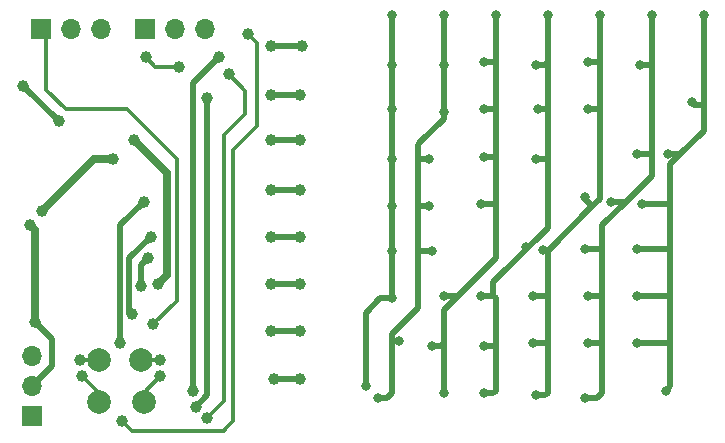
<source format=gbr>
%TF.GenerationSoftware,KiCad,Pcbnew,(6.0.2)*%
%TF.CreationDate,2022-05-10T14:03:58+02:00*%
%TF.ProjectId,AT806_Led-Matrix_backup,41543830-365f-44c6-9564-2d4d61747269,rev?*%
%TF.SameCoordinates,PX64e6140PY76a3180*%
%TF.FileFunction,Copper,L2,Bot*%
%TF.FilePolarity,Positive*%
%FSLAX46Y46*%
G04 Gerber Fmt 4.6, Leading zero omitted, Abs format (unit mm)*
G04 Created by KiCad (PCBNEW (6.0.2)) date 2022-05-10 14:03:58*
%MOMM*%
%LPD*%
G01*
G04 APERTURE LIST*
%TA.AperFunction,ComponentPad*%
%ADD10R,1.700000X1.700000*%
%TD*%
%TA.AperFunction,ComponentPad*%
%ADD11O,1.700000X1.700000*%
%TD*%
%TA.AperFunction,SMDPad,CuDef*%
%ADD12C,2.000000*%
%TD*%
%TA.AperFunction,ViaPad*%
%ADD13C,1.000000*%
%TD*%
%TA.AperFunction,ViaPad*%
%ADD14C,0.800000*%
%TD*%
%TA.AperFunction,Conductor*%
%ADD15C,0.500000*%
%TD*%
%TA.AperFunction,Conductor*%
%ADD16C,0.700000*%
%TD*%
%TA.AperFunction,Conductor*%
%ADD17C,0.300000*%
%TD*%
G04 APERTURE END LIST*
D10*
%TO.P,J3,1,Pin_1*%
%TO.N,TXD*%
X1575000Y1875000D03*
D11*
%TO.P,J3,2,Pin_2*%
%TO.N,GND*%
X1575000Y4415000D03*
%TO.P,J3,3,Pin_3*%
%TO.N,RXD*%
X1575000Y6955000D03*
%TD*%
D10*
%TO.P,J1,1,Pin_1*%
%TO.N,UPDI{slash}RST*%
X2275000Y34625000D03*
D11*
%TO.P,J1,2,Pin_2*%
%TO.N,+5V*%
X4815000Y34625000D03*
%TO.P,J1,3,Pin_3*%
%TO.N,GND*%
X7355000Y34625000D03*
%TD*%
D10*
%TO.P,J2,1,Pin_1*%
%TO.N,I2C_SDA*%
X11075000Y34625000D03*
D11*
%TO.P,J2,2,Pin_2*%
%TO.N,GND*%
X13615000Y34625000D03*
%TO.P,J2,3,Pin_3*%
%TO.N,I2C_SCL*%
X16155000Y34625000D03*
%TD*%
D12*
%TO.P,TP4,1,1*%
%TO.N,PC3*%
X10800000Y6600000D03*
%TD*%
%TO.P,TP2,1,1*%
%TO.N,PC2*%
X11000000Y3000000D03*
%TD*%
%TO.P,TP3,1,1*%
%TO.N,CLK_OUT*%
X7200000Y6600000D03*
%TD*%
%TO.P,TP1,1,1*%
%TO.N,PB4*%
X7200000Y3000000D03*
%TD*%
D13*
%TO.N,+5V*%
X800000Y29800000D03*
X3800000Y26800000D03*
%TO.N,GND*%
X1800000Y9800000D03*
X8400000Y23600000D03*
X2400000Y19200000D03*
X10200000Y25200000D03*
X12200000Y13000000D03*
X1399500Y18000000D03*
%TO.N,MATRIX_I*%
X21800000Y33200000D03*
X24400000Y33200000D03*
D14*
%TO.N,MATRIX_H*%
X57400000Y28400000D03*
D13*
X24200000Y29000000D03*
D14*
X52800000Y16000000D03*
D13*
X21800000Y29000000D03*
D14*
X53188876Y19762633D03*
X58400000Y35800000D03*
X52800000Y12000000D03*
X52800000Y8000000D03*
X55397961Y23995144D03*
X55200000Y4000000D03*
D13*
%TO.N,MATRIX_G*%
X24200000Y25200000D03*
D14*
X52800000Y24000000D03*
X53000000Y31600000D03*
X54000000Y35800000D03*
X48400000Y16000000D03*
X50600255Y19999755D03*
D13*
X21800000Y25200000D03*
D14*
X48400000Y3400000D03*
X48600000Y8000000D03*
X48600000Y12000000D03*
%TO.N,MATRIX_F*%
X44800000Y15888000D03*
X48400000Y20400000D03*
X48600000Y31800000D03*
X49600000Y35800000D03*
X44000000Y12000000D03*
D13*
X21800000Y21000000D03*
D14*
X48600000Y27800000D03*
X44200000Y3600000D03*
D13*
X24200000Y21000000D03*
D14*
X44000000Y8000000D03*
%TO.N,MATRIX_E*%
X44200000Y31600000D03*
D13*
X21800000Y17000000D03*
D14*
X44400000Y27800000D03*
X39800000Y7800000D03*
X45200000Y35800000D03*
X44200000Y23600000D03*
D13*
X24200000Y17000000D03*
D14*
X39600000Y12000000D03*
X43406194Y16110603D03*
X39800000Y3800000D03*
%TO.N,MATRIX_D*%
X36400000Y12000000D03*
X40800000Y35800000D03*
X39800000Y31800000D03*
X39800000Y23800000D03*
D13*
X24200000Y13000000D03*
D14*
X35400000Y7800000D03*
X36400000Y3800000D03*
X39800000Y27800000D03*
X39600000Y19800000D03*
D13*
X21800000Y13000000D03*
D14*
%TO.N,MATRIX_C*%
X35400000Y15800000D03*
X36400000Y31600000D03*
X32600000Y8200000D03*
D13*
X21800000Y9000000D03*
D14*
X35200000Y23600000D03*
X30800000Y3400000D03*
D13*
X24200000Y9000000D03*
D14*
X35200000Y19600000D03*
X36400000Y35800000D03*
X36400000Y27600000D03*
%TO.N,MATRIX_B*%
X32000000Y11800000D03*
X32000000Y35800000D03*
D13*
X24200000Y5000000D03*
D14*
X32000000Y19600000D03*
X29800000Y4400000D03*
X32000000Y31600000D03*
X32000000Y27800000D03*
X32000000Y23600000D03*
X32000000Y15800000D03*
D13*
X22000000Y5000000D03*
%TO.N,Net-(R1-Pad2)*%
X15400000Y2600000D03*
X16400000Y28800000D03*
%TO.N,Net-(R2-Pad2)*%
X17400000Y32200000D03*
X15200000Y4000000D03*
%TO.N,Net-(R3-Pad2)*%
X10799500Y12868490D03*
X11400000Y15200000D03*
%TO.N,Net-(R4-Pad2)*%
X9000000Y8000000D03*
X11000000Y20000000D03*
%TO.N,Net-(R8-Pad1)*%
X9999500Y10468490D03*
X11600000Y17000000D03*
%TO.N,CLK_OUT*%
X5600000Y6600000D03*
%TO.N,PB4*%
X5800000Y5200000D03*
%TO.N,I2C_SCL*%
X9200000Y1400000D03*
X19800000Y34200000D03*
%TO.N,I2C_SDA*%
X16400000Y1699000D03*
X14000000Y31400000D03*
X18200000Y30800000D03*
X11200000Y32200000D03*
%TO.N,PC2*%
X12400000Y5200000D03*
%TO.N,PC3*%
X12400000Y6600000D03*
%TO.N,UPDI{slash}RST*%
X11800000Y9600000D03*
%TD*%
D15*
%TO.N,+5V*%
X800000Y29800000D02*
X3800000Y26800000D01*
D16*
%TO.N,GND*%
X13000000Y13800000D02*
X13000000Y22400000D01*
X6800000Y23600000D02*
X8400000Y23600000D01*
D15*
X3200000Y8400000D02*
X1800000Y9800000D01*
D16*
X6400000Y23200000D02*
X6800000Y23600000D01*
D15*
X3200000Y6040000D02*
X3200000Y8400000D01*
D16*
X1800000Y17599500D02*
X1399500Y18000000D01*
X1800000Y9800000D02*
X1800000Y17599500D01*
X12200000Y13000000D02*
X13000000Y13800000D01*
X13000000Y22400000D02*
X10200000Y25200000D01*
D15*
X1575000Y4415000D02*
X3200000Y6040000D01*
D16*
X2400000Y19200000D02*
X6400000Y23200000D01*
D15*
%TO.N,MATRIX_I*%
X24400000Y33200000D02*
X21800000Y33200000D01*
%TO.N,MATRIX_H*%
X58400000Y28200000D02*
X58400000Y26400000D01*
X58400000Y26000000D02*
X56300000Y23900000D01*
X55600000Y20000000D02*
X55600000Y16000000D01*
X57400000Y28400000D02*
X57600000Y28200000D01*
X56000000Y23600000D02*
X55600000Y23200000D01*
X55600000Y8200000D02*
X55600000Y4400000D01*
X52800000Y16000000D02*
X55600000Y16000000D01*
X55600000Y4400000D02*
X55200000Y4000000D01*
X53188876Y19762633D02*
X55362633Y19762633D01*
X55600000Y16000000D02*
X55600000Y12200000D01*
X56300000Y23900000D02*
X56000000Y23600000D01*
X55400000Y8000000D02*
X55600000Y8200000D01*
X58400000Y26400000D02*
X58400000Y26000000D01*
X52800000Y8000000D02*
X55400000Y8000000D01*
X55400000Y12000000D02*
X55600000Y12200000D01*
X24200000Y29000000D02*
X21800000Y29000000D01*
X57600000Y28200000D02*
X58400000Y28200000D01*
X55600000Y23200000D02*
X55600000Y20000000D01*
X52800000Y12000000D02*
X55400000Y12000000D01*
X55600000Y12200000D02*
X55600000Y8200000D01*
X55397961Y23995144D02*
X56204856Y23995144D01*
X55362633Y19762633D02*
X55400000Y19800000D01*
X58400000Y35800000D02*
X58400000Y28200000D01*
X56204856Y23995144D02*
X56300000Y23900000D01*
%TO.N,MATRIX_G*%
X54000000Y24000000D02*
X54000000Y22400000D01*
X51799755Y19999755D02*
X51800000Y20000000D01*
X49800000Y3800000D02*
X49400000Y3400000D01*
X49800000Y18000000D02*
X49800000Y15800000D01*
X49400000Y3400000D02*
X48400000Y3400000D01*
X54000000Y22200000D02*
X51800000Y20000000D01*
X52800000Y24000000D02*
X54000000Y24000000D01*
X49800000Y8200000D02*
X49800000Y3800000D01*
X49600000Y16000000D02*
X49800000Y15800000D01*
X49800000Y15800000D02*
X49800000Y12000000D01*
X48400000Y16000000D02*
X49600000Y16000000D01*
X24200000Y25200000D02*
X21800000Y25200000D01*
X50600255Y19999755D02*
X51799755Y19999755D01*
X49600000Y8000000D02*
X49800000Y8200000D01*
X54000000Y35800000D02*
X54000000Y31600000D01*
X54000000Y31600000D02*
X54000000Y24000000D01*
X54000000Y22400000D02*
X54000000Y22200000D01*
X48600000Y12000000D02*
X49800000Y12000000D01*
X51800000Y20000000D02*
X49800000Y18000000D01*
X49800000Y12000000D02*
X49800000Y8200000D01*
X53000000Y31600000D02*
X54000000Y31600000D01*
X48600000Y8000000D02*
X49600000Y8000000D01*
%TO.N,MATRIX_F*%
X45000000Y3600000D02*
X45200000Y3800000D01*
X45200000Y8200000D02*
X45200000Y3800000D01*
X44000000Y8000000D02*
X45000000Y8000000D01*
X48400000Y20400000D02*
X48400000Y20200000D01*
X49600000Y27800000D02*
X49600000Y20200000D01*
X45200000Y11800000D02*
X45200000Y8200000D01*
X45200000Y15800000D02*
X45200000Y11800000D01*
X49000000Y19600000D02*
X45200000Y15800000D01*
X48400000Y20200000D02*
X49000000Y19600000D01*
X45000000Y12000000D02*
X45200000Y11800000D01*
X45000000Y8000000D02*
X45200000Y8200000D01*
X49600000Y35800000D02*
X49600000Y31800000D01*
X45112000Y15888000D02*
X45200000Y15800000D01*
X48600000Y27800000D02*
X49600000Y27800000D01*
X44200000Y3600000D02*
X45000000Y3600000D01*
X44000000Y12000000D02*
X45000000Y12000000D01*
X44800000Y15888000D02*
X45112000Y15888000D01*
X49600000Y31800000D02*
X49600000Y27800000D01*
X24200000Y21000000D02*
X21800000Y21000000D01*
X49600000Y20200000D02*
X49000000Y19600000D01*
X48600000Y31800000D02*
X49600000Y31800000D01*
%TO.N,MATRIX_E*%
X45200000Y31800000D02*
X45200000Y27800000D01*
X43406194Y16110603D02*
X43495591Y16200000D01*
X39800000Y7800000D02*
X40600000Y7800000D01*
X45200000Y35800000D02*
X45200000Y31800000D01*
X40800000Y7600000D02*
X40800000Y4000000D01*
X40600000Y3800000D02*
X40800000Y4000000D01*
X44400000Y27800000D02*
X45200000Y27800000D01*
X39600000Y12000000D02*
X40600000Y12000000D01*
X45200000Y23600000D02*
X45200000Y17800000D01*
X44200000Y31600000D02*
X45000000Y31600000D01*
X40800000Y11800000D02*
X40800000Y7600000D01*
X39800000Y3800000D02*
X40600000Y3800000D01*
X40600000Y7800000D02*
X40800000Y7600000D01*
X44200000Y23600000D02*
X45200000Y23600000D01*
X45000000Y31600000D02*
X45200000Y31800000D01*
X40600000Y12000000D02*
X40600000Y13200000D01*
X24200000Y17000000D02*
X21800000Y17000000D01*
X40600000Y13200000D02*
X45200000Y17800000D01*
X45200000Y27800000D02*
X45200000Y23600000D01*
X40600000Y12000000D02*
X40800000Y11800000D01*
%TO.N,MATRIX_D*%
X40800000Y27800000D02*
X40800000Y23600000D01*
X36400000Y8000000D02*
X36400000Y3800000D01*
X40800000Y15200000D02*
X37600000Y12000000D01*
X40800000Y20000000D02*
X40800000Y19000000D01*
X40600000Y19800000D02*
X40800000Y20000000D01*
X36200000Y7800000D02*
X36400000Y8000000D01*
X36400000Y10800000D02*
X36400000Y8000000D01*
X39800000Y23800000D02*
X40600000Y23800000D01*
X40800000Y31800000D02*
X40800000Y27800000D01*
X37600000Y12000000D02*
X36400000Y10800000D01*
X40800000Y19000000D02*
X40800000Y15200000D01*
X24200000Y13000000D02*
X21800000Y13000000D01*
X39600000Y19800000D02*
X40600000Y19800000D01*
X39800000Y31800000D02*
X40800000Y31800000D01*
X39800000Y27800000D02*
X40800000Y27800000D01*
X36400000Y12000000D02*
X37600000Y12000000D01*
X40800000Y23600000D02*
X40800000Y20000000D01*
X40800000Y35800000D02*
X40800000Y31800000D01*
X40600000Y23800000D02*
X40800000Y23600000D01*
X35400000Y7800000D02*
X36200000Y7800000D01*
%TO.N,MATRIX_C*%
X31600000Y3400000D02*
X30800000Y3400000D01*
X32000000Y8800000D02*
X32000000Y8200000D01*
X32600000Y8200000D02*
X32000000Y8200000D01*
X34400000Y23600000D02*
X34200000Y23800000D01*
X34200000Y11000000D02*
X32000000Y8800000D01*
X32000000Y3800000D02*
X31600000Y3400000D01*
X36400000Y31600000D02*
X36400000Y30800000D01*
X32000000Y8200000D02*
X32000000Y6800000D01*
X34200000Y23800000D02*
X34200000Y19600000D01*
X34200000Y15200000D02*
X34200000Y11000000D01*
X36400000Y27000000D02*
X34400000Y25000000D01*
X32000000Y6800000D02*
X32000000Y3800000D01*
X35200000Y23600000D02*
X34400000Y23600000D01*
X36400000Y35800000D02*
X36400000Y31600000D01*
X36400000Y27600000D02*
X36400000Y27000000D01*
X36400000Y30800000D02*
X36400000Y27600000D01*
X34200000Y19600000D02*
X34200000Y19000000D01*
X34200000Y19000000D02*
X34200000Y15800000D01*
X35200000Y19600000D02*
X34200000Y19600000D01*
X34200000Y15800000D02*
X34200000Y15200000D01*
X35400000Y15800000D02*
X34200000Y15800000D01*
X34200000Y24800000D02*
X34200000Y23800000D01*
X34400000Y25000000D02*
X34200000Y24800000D01*
X24200000Y9000000D02*
X21800000Y9000000D01*
%TO.N,MATRIX_B*%
X32000000Y35800000D02*
X32000000Y31600000D01*
X29800000Y10600000D02*
X29800000Y4400000D01*
X24200000Y5000000D02*
X22000000Y5000000D01*
X32000000Y27800000D02*
X32000000Y23600000D01*
X31000000Y11800000D02*
X32000000Y11800000D01*
X32000000Y19600000D02*
X32000000Y15800000D01*
X32000000Y31600000D02*
X32000000Y27800000D01*
X32000000Y15800000D02*
X32000000Y11800000D01*
X29800000Y10600000D02*
X31000000Y11800000D01*
X32000000Y23600000D02*
X32000000Y19600000D01*
%TO.N,Net-(R1-Pad2)*%
X15400000Y2600000D02*
X16400000Y3600000D01*
X16400000Y3600000D02*
X16400000Y28800000D01*
%TO.N,Net-(R2-Pad2)*%
X15200000Y4000000D02*
X15200000Y29200000D01*
X17400000Y32200000D02*
X15200000Y30000000D01*
X15200000Y30000000D02*
X15200000Y29200000D01*
%TO.N,Net-(R3-Pad2)*%
X11400000Y15200000D02*
X10799500Y14599500D01*
X10799500Y14599500D02*
X10799500Y12868490D01*
%TO.N,Net-(R4-Pad2)*%
X9000000Y18000000D02*
X11000000Y20000000D01*
X9000000Y8000000D02*
X9000000Y18000000D01*
%TO.N,Net-(R8-Pad1)*%
X11600000Y17000000D02*
X9800000Y15200000D01*
X9800000Y10667990D02*
X9999500Y10468490D01*
X9800000Y15200000D02*
X9800000Y10667990D01*
D17*
%TO.N,CLK_OUT*%
X5600000Y6600000D02*
X7200000Y6600000D01*
%TO.N,PB4*%
X7200000Y3800000D02*
X7200000Y2400000D01*
X5800000Y5200000D02*
X7200000Y3800000D01*
%TO.N,I2C_SCL*%
X20600000Y27200000D02*
X20600000Y26400000D01*
X18600000Y24400000D02*
X18600000Y1400000D01*
X18600000Y1400000D02*
X17999500Y799500D01*
X10000000Y600000D02*
X9200000Y1400000D01*
X19800000Y34200000D02*
X20600000Y33400000D01*
X17999500Y799500D02*
X17800000Y600000D01*
X17800000Y600000D02*
X10000000Y600000D01*
X20600000Y33400000D02*
X20600000Y27200000D01*
X19000000Y24800000D02*
X18600000Y24400000D01*
X20600000Y26400000D02*
X19000000Y24800000D01*
%TO.N,I2C_SDA*%
X12000000Y31400000D02*
X11200000Y32200000D01*
X17804511Y25604511D02*
X17804511Y3103511D01*
X18200000Y30800000D02*
X19600000Y29400000D01*
X12200000Y31400000D02*
X12000000Y31400000D01*
X19600000Y27400000D02*
X17804511Y25604511D01*
X19600000Y29400000D02*
X19600000Y27400000D01*
X17804511Y3103511D02*
X16400000Y1699000D01*
X14000000Y31400000D02*
X12200000Y31400000D01*
%TO.N,PC2*%
X12400000Y5200000D02*
X11000000Y3800000D01*
X11000000Y3800000D02*
X11000000Y2400000D01*
%TO.N,PC3*%
X12400000Y6600000D02*
X10800000Y6600000D01*
%TO.N,UPDI{slash}RST*%
X13800000Y11600000D02*
X13800000Y23600000D01*
X11800000Y9600000D02*
X13800000Y11600000D01*
X2720000Y29480000D02*
X2720000Y34600000D01*
X13800000Y23600000D02*
X9600000Y27800000D01*
X9600000Y27800000D02*
X4400000Y27800000D01*
X4400000Y27800000D02*
X2720000Y29480000D01*
%TD*%
M02*

</source>
